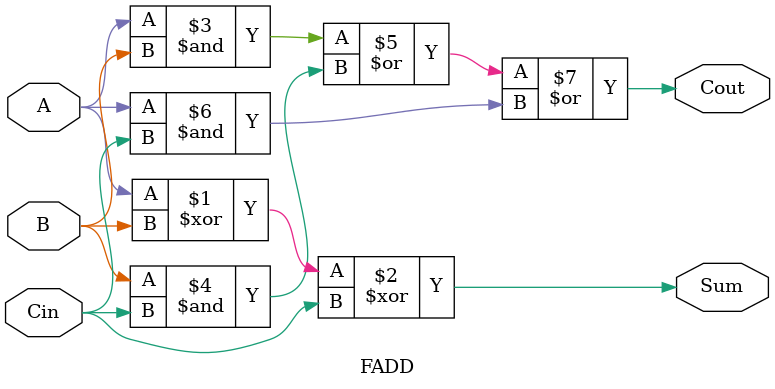
<source format=v>
module FADD(
	input A,
	input B,
	input Cin,
	output Sum,
	output Cout
);
assign Sum = A^B^Cin;
assign Cout = (A&B)|(B&Cin)|(A&Cin);
endmodule

</source>
